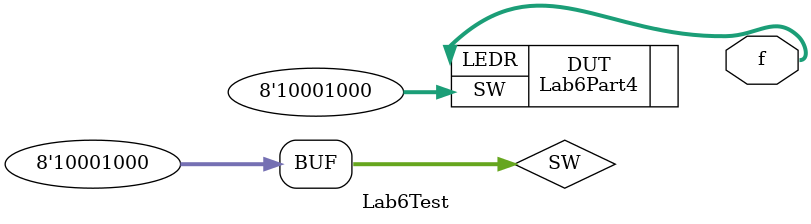
<source format=v>
/*
Author: Kyle Jarvis
Program Name: Lab 6 Test
Creation Date: 3/6/24
Date Last Updated: 3/6/24
Function: tests Lab 6 code
Method: Passes in binary numbers then records waveform 
Inputs: XX
Outputs: f
Comments:
*/

module Lab6Test(
output [3:0] f);

reg [7:0] SW;

Lab6Part4 DUT(.SW(SW), .LEDR(f));

initial
begin

//Adding two posotive numbers
SW[7:4] = 4'b0001;
SW[3:0] = 4'b0101;

#10;

SW[7:4] = 4'b1001;
SW[3:0] = 4'b0101;

#10;

SW[7:4] = 4'b1001;
SW[3:0] = 4'b1101;

#10;

SW[7:4] = 4'b1000;
SW[3:0] = 4'b1000;

#10;
end
endmodule 
</source>
